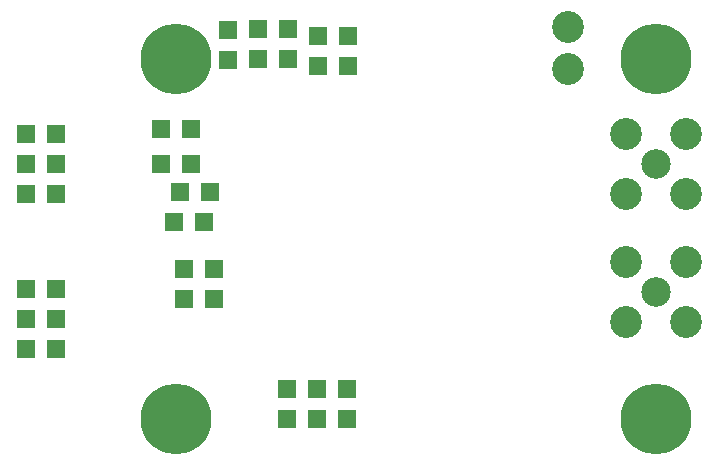
<source format=gbr>
%TF.GenerationSoftware,KiCad,Pcbnew,7.0.11+1*%
%TF.CreationDate,2024-07-13T22:37:04+00:00*%
%TF.ProjectId,ISM03,49534d30-332e-46b6-9963-61645f706362,rev?*%
%TF.SameCoordinates,Original*%
%TF.FileFunction,Soldermask,Top*%
%TF.FilePolarity,Negative*%
%FSLAX46Y46*%
G04 Gerber Fmt 4.6, Leading zero omitted, Abs format (unit mm)*
G04 Created by KiCad (PCBNEW 7.0.11+1) date 2024-07-13 22:37:04*
%MOMM*%
%LPD*%
G01*
G04 APERTURE LIST*
%ADD10R,1.524000X1.524000*%
%ADD11C,6.000000*%
%ADD12C,2.500000*%
%ADD13C,2.700000*%
G04 APERTURE END LIST*
D10*
%TO.C,J17*%
X24601000Y10173500D03*
X24601000Y12713500D03*
%TD*%
%TO.C,J24*%
X14568000Y40590000D03*
X14568000Y43130000D03*
%TD*%
%TO.C,J25*%
X22188000Y40082000D03*
X22188000Y42622000D03*
%TD*%
%TO.C,J1*%
X-2549953Y34289311D03*
X-9953Y34289311D03*
X-2549953Y31749311D03*
X-9953Y31749311D03*
X-2549953Y29209311D03*
X-9953Y29209311D03*
%TD*%
%TO.C,J4*%
X-2549953Y21208311D03*
X-9953Y21208311D03*
X-2549953Y18668311D03*
X-9953Y18668311D03*
X-2549953Y16128311D03*
X-9953Y16128311D03*
%TD*%
%TO.C,J13*%
X13335000Y22860000D03*
X10795000Y22860000D03*
%TD*%
%TO.C,J14*%
X13044000Y29414000D03*
X10504000Y29414000D03*
%TD*%
%TO.C,J19*%
X10795000Y20320000D03*
X13335000Y20320000D03*
%TD*%
%TO.C,J20*%
X22061000Y10173500D03*
X22061000Y12713500D03*
%TD*%
%TO.C,J21*%
X19521000Y10173500D03*
X19521000Y12713500D03*
%TD*%
D11*
%TO.C,M1*%
X10160000Y40640000D03*
%TD*%
%TO.C,M2*%
X50800000Y40640000D03*
%TD*%
%TO.C,M3*%
X10160000Y10160000D03*
%TD*%
%TO.C,M4*%
X50800000Y10160000D03*
%TD*%
D12*
%TO.C,J3*%
X50790047Y31749311D03*
D13*
X48250047Y34289311D03*
X48250047Y29209311D03*
X53330047Y34289311D03*
X53330047Y29209311D03*
%TD*%
D10*
%TO.C,J26*%
X11430000Y31750000D03*
X8890000Y31750000D03*
%TD*%
%TO.C,J22*%
X17108000Y40639311D03*
X17108000Y43179311D03*
%TD*%
%TO.C,J16*%
X11430000Y34748000D03*
X8890000Y34748000D03*
%TD*%
%TO.C,J15*%
X12486689Y26874000D03*
X9946689Y26874000D03*
%TD*%
%TO.C,J23*%
X19648000Y40639311D03*
X19648000Y43179311D03*
%TD*%
D12*
%TO.C,J2*%
X50790047Y20954311D03*
D13*
X48250047Y23494311D03*
X48250047Y18414311D03*
X53330047Y23494311D03*
X53330047Y18414311D03*
%TD*%
D10*
%TO.C,J5*%
X24728000Y40082000D03*
X24728000Y42622000D03*
%TD*%
D13*
%TO.C,D3*%
X43333501Y39828000D03*
%TD*%
%TO.C,D2*%
X43333500Y43384000D03*
%TD*%
M02*

</source>
